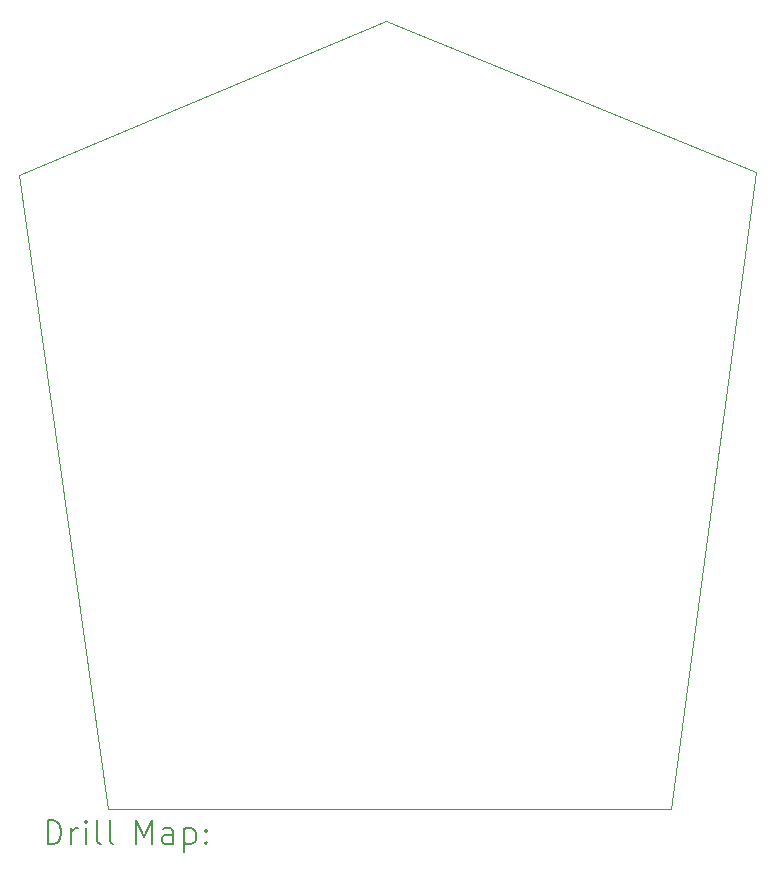
<source format=gbr>
%TF.GenerationSoftware,KiCad,Pcbnew,(6.99.0-2452-gdb4f2d9dd8)*%
%TF.CreationDate,2022-08-02T21:03:57-05:00*%
%TF.ProjectId,CTCubed,43544375-6265-4642-9e6b-696361645f70,rev?*%
%TF.SameCoordinates,Original*%
%TF.FileFunction,Drillmap*%
%TF.FilePolarity,Positive*%
%FSLAX45Y45*%
G04 Gerber Fmt 4.5, Leading zero omitted, Abs format (unit mm)*
G04 Created by KiCad (PCBNEW (6.99.0-2452-gdb4f2d9dd8)) date 2022-08-02 21:03:57*
%MOMM*%
%LPD*%
G01*
G04 APERTURE LIST*
%ADD10C,0.100000*%
%ADD11C,0.200000*%
G04 APERTURE END LIST*
D10*
X16968504Y-4474391D02*
X16249000Y-9866000D01*
X13844376Y-9865608D01*
X11482000Y-9865000D01*
X10731497Y-4497174D01*
X10731509Y-4497187D01*
X13840963Y-3194392D01*
X16968504Y-4474391D01*
D11*
X10974116Y-10164476D02*
X10974116Y-9964476D01*
X10974116Y-9964476D02*
X11021735Y-9964476D01*
X11021735Y-9964476D02*
X11050306Y-9974000D01*
X11050306Y-9974000D02*
X11069354Y-9993048D01*
X11069354Y-9993048D02*
X11078877Y-10012095D01*
X11078877Y-10012095D02*
X11088401Y-10050190D01*
X11088401Y-10050190D02*
X11088401Y-10078762D01*
X11088401Y-10078762D02*
X11078877Y-10116857D01*
X11078877Y-10116857D02*
X11069354Y-10135905D01*
X11069354Y-10135905D02*
X11050306Y-10154952D01*
X11050306Y-10154952D02*
X11021735Y-10164476D01*
X11021735Y-10164476D02*
X10974116Y-10164476D01*
X11174116Y-10164476D02*
X11174116Y-10031143D01*
X11174116Y-10069238D02*
X11183639Y-10050190D01*
X11183639Y-10050190D02*
X11193163Y-10040667D01*
X11193163Y-10040667D02*
X11212211Y-10031143D01*
X11212211Y-10031143D02*
X11231258Y-10031143D01*
X11297925Y-10164476D02*
X11297925Y-10031143D01*
X11297925Y-9964476D02*
X11288401Y-9974000D01*
X11288401Y-9974000D02*
X11297925Y-9983524D01*
X11297925Y-9983524D02*
X11307449Y-9974000D01*
X11307449Y-9974000D02*
X11297925Y-9964476D01*
X11297925Y-9964476D02*
X11297925Y-9983524D01*
X11421734Y-10164476D02*
X11402687Y-10154952D01*
X11402687Y-10154952D02*
X11393163Y-10135905D01*
X11393163Y-10135905D02*
X11393163Y-9964476D01*
X11526496Y-10164476D02*
X11507449Y-10154952D01*
X11507449Y-10154952D02*
X11497925Y-10135905D01*
X11497925Y-10135905D02*
X11497925Y-9964476D01*
X11722687Y-10164476D02*
X11722687Y-9964476D01*
X11722687Y-9964476D02*
X11789354Y-10107333D01*
X11789354Y-10107333D02*
X11856020Y-9964476D01*
X11856020Y-9964476D02*
X11856020Y-10164476D01*
X12036973Y-10164476D02*
X12036973Y-10059714D01*
X12036973Y-10059714D02*
X12027449Y-10040667D01*
X12027449Y-10040667D02*
X12008401Y-10031143D01*
X12008401Y-10031143D02*
X11970306Y-10031143D01*
X11970306Y-10031143D02*
X11951258Y-10040667D01*
X12036973Y-10154952D02*
X12017925Y-10164476D01*
X12017925Y-10164476D02*
X11970306Y-10164476D01*
X11970306Y-10164476D02*
X11951258Y-10154952D01*
X11951258Y-10154952D02*
X11941734Y-10135905D01*
X11941734Y-10135905D02*
X11941734Y-10116857D01*
X11941734Y-10116857D02*
X11951258Y-10097810D01*
X11951258Y-10097810D02*
X11970306Y-10088286D01*
X11970306Y-10088286D02*
X12017925Y-10088286D01*
X12017925Y-10088286D02*
X12036973Y-10078762D01*
X12132211Y-10031143D02*
X12132211Y-10231143D01*
X12132211Y-10040667D02*
X12151258Y-10031143D01*
X12151258Y-10031143D02*
X12189354Y-10031143D01*
X12189354Y-10031143D02*
X12208401Y-10040667D01*
X12208401Y-10040667D02*
X12217925Y-10050190D01*
X12217925Y-10050190D02*
X12227449Y-10069238D01*
X12227449Y-10069238D02*
X12227449Y-10126381D01*
X12227449Y-10126381D02*
X12217925Y-10145429D01*
X12217925Y-10145429D02*
X12208401Y-10154952D01*
X12208401Y-10154952D02*
X12189354Y-10164476D01*
X12189354Y-10164476D02*
X12151258Y-10164476D01*
X12151258Y-10164476D02*
X12132211Y-10154952D01*
X12313163Y-10145429D02*
X12322687Y-10154952D01*
X12322687Y-10154952D02*
X12313163Y-10164476D01*
X12313163Y-10164476D02*
X12303639Y-10154952D01*
X12303639Y-10154952D02*
X12313163Y-10145429D01*
X12313163Y-10145429D02*
X12313163Y-10164476D01*
X12313163Y-10040667D02*
X12322687Y-10050190D01*
X12322687Y-10050190D02*
X12313163Y-10059714D01*
X12313163Y-10059714D02*
X12303639Y-10050190D01*
X12303639Y-10050190D02*
X12313163Y-10040667D01*
X12313163Y-10040667D02*
X12313163Y-10059714D01*
M02*

</source>
